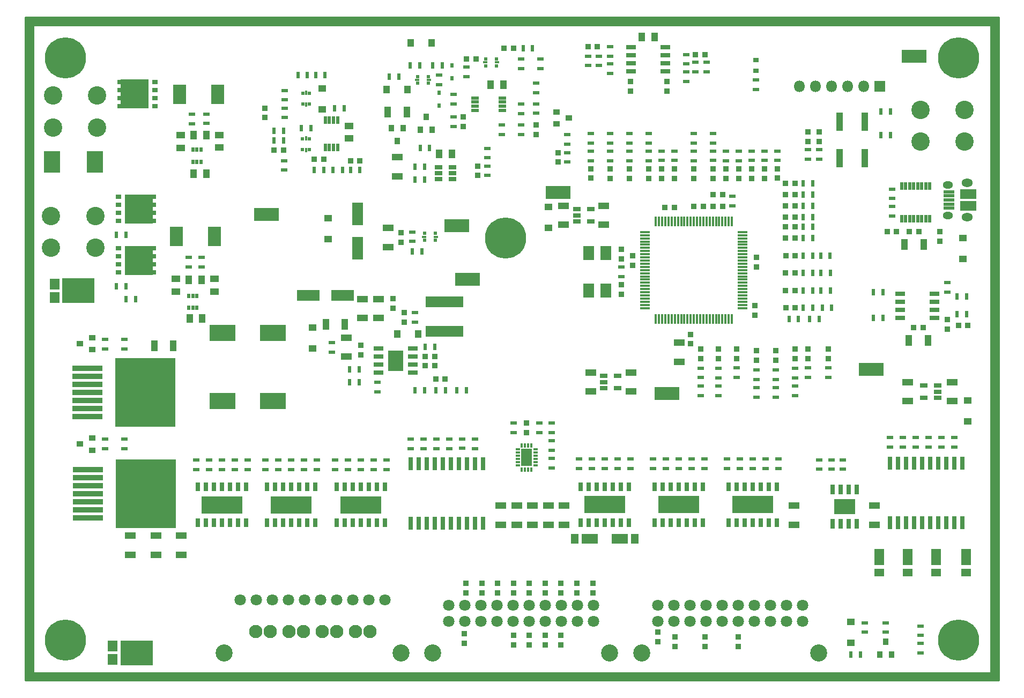
<source format=gbr>
G04 #@! TF.FileFunction,Soldermask,Top*
%FSLAX46Y46*%
G04 Gerber Fmt 4.6, Leading zero omitted, Abs format (unit mm)*
G04 Created by KiCad (PCBNEW 4.0.7) date 01/11/18 09:08:33*
%MOMM*%
%LPD*%
G01*
G04 APERTURE LIST*
%ADD10C,0.100000*%
%ADD11R,0.900000X0.850000*%
%ADD12R,1.800000X2.200000*%
%ADD13R,0.500000X1.300000*%
%ADD14R,0.500000X0.750000*%
%ADD15R,1.160000X0.750000*%
%ADD16R,0.800000X0.350000*%
%ADD17R,0.350000X0.800000*%
%ADD18R,0.925000X1.425000*%
%ADD19R,1.200000X0.500000*%
%ADD20R,1.650000X0.700000*%
%ADD21R,0.700000X2.050000*%
%ADD22R,0.750000X1.410000*%
%ADD23R,6.500000X2.750000*%
%ADD24R,9.500000X10.900000*%
%ADD25R,4.700000X0.900000*%
%ADD26R,0.500000X1.200000*%
%ADD27R,0.600000X1.000000*%
%ADD28R,1.000000X0.600000*%
%ADD29R,1.000000X0.900000*%
%ADD30R,6.000000X1.700000*%
%ADD31R,1.750000X0.500000*%
%ADD32O,1.600000X1.200000*%
%ADD33O,1.800000X1.300000*%
%ADD34R,2.600000X1.530000*%
%ADD35R,1.300000X1.000000*%
%ADD36R,1.000000X1.300000*%
%ADD37R,0.900000X1.000000*%
%ADD38R,2.600000X3.400000*%
%ADD39R,1.100000X1.700000*%
%ADD40R,0.850000X0.900000*%
%ADD41R,1.100000X1.350000*%
%ADD42R,1.350000X1.100000*%
%ADD43R,1.700000X1.100000*%
%ADD44R,1.700000X3.600000*%
%ADD45R,3.600000X1.700000*%
%ADD46R,0.475000X0.600000*%
%ADD47R,0.400000X0.750000*%
%ADD48R,0.600000X0.475000*%
%ADD49R,0.750000X0.400000*%
%ADD50R,0.900000X0.800000*%
%ADD51R,4.390000X4.600000*%
%ADD52R,1.700000X1.650000*%
%ADD53R,1.300000X1.650000*%
%ADD54R,1.800000X1.800000*%
%ADD55O,1.800000X1.800000*%
%ADD56R,0.550000X0.700000*%
%ADD57C,2.900000*%
%ADD58R,4.100000X2.600000*%
%ADD59R,0.900000X0.700000*%
%ADD60R,1.600000X2.500000*%
%ADD61R,1.600000X1.150000*%
%ADD62R,2.500000X1.600000*%
%ADD63R,1.150000X1.600000*%
%ADD64C,6.500000*%
%ADD65C,0.900000*%
%ADD66R,1.100000X2.850000*%
%ADD67C,1.800000*%
%ADD68C,2.700000*%
%ADD69R,1.600000X0.400000*%
%ADD70R,0.400000X1.600000*%
%ADD71R,1.300000X1.700000*%
%ADD72R,0.700000X1.650000*%
%ADD73R,1.700000X1.300000*%
%ADD74R,2.098980X3.099740*%
%ADD75R,1.500000X1.700000*%
%ADD76R,5.060000X3.900000*%
%ADD77R,2.000000X1.800000*%
%ADD78R,0.700000X2.500000*%
%ADD79C,2.100000*%
%ADD80R,3.900000X2.100000*%
%ADD81C,0.254000*%
G04 APERTURE END LIST*
D10*
D11*
X155714000Y-83844000D03*
X157214000Y-83844000D03*
D12*
X127334000Y-100740000D03*
X127334000Y-94840000D03*
X124634000Y-94840000D03*
X124634000Y-100740000D03*
D13*
X178498500Y-84268000D03*
X177863500Y-84268000D03*
X177228500Y-84268000D03*
X176593500Y-84268000D03*
X175958500Y-84268000D03*
X175323500Y-84268000D03*
X174688500Y-84268000D03*
X174053500Y-84268000D03*
X174053500Y-89468000D03*
X174688500Y-89468000D03*
X175323500Y-89468000D03*
X175958500Y-89468000D03*
X176593500Y-89468000D03*
X177228500Y-89468000D03*
X177863500Y-89468000D03*
X178498500Y-89468000D03*
D14*
X61453000Y-103500000D03*
X62753000Y-103500000D03*
X62103000Y-101600000D03*
X62103000Y-103500000D03*
X62753000Y-101600000D03*
X61453000Y-101600000D03*
D15*
X100893000Y-81294000D03*
X100893000Y-82244000D03*
X100893000Y-83194000D03*
X103093000Y-83194000D03*
X103093000Y-81294000D03*
X103093000Y-82244000D03*
D16*
X113405000Y-125881000D03*
X113405000Y-126381000D03*
X113405000Y-126881000D03*
X113405000Y-127381000D03*
X113405000Y-127881000D03*
X113405000Y-128381000D03*
D17*
X114055000Y-129031000D03*
X114555000Y-129031000D03*
X115055000Y-129031000D03*
X115555000Y-129031000D03*
D16*
X116205000Y-128381000D03*
X116205000Y-127881000D03*
X116205000Y-127381000D03*
X116205000Y-126881000D03*
X116205000Y-126381000D03*
X116205000Y-125881000D03*
D17*
X115555000Y-125231000D03*
X115055000Y-125231000D03*
X114555000Y-125231000D03*
X114055000Y-125231000D03*
D18*
X115217500Y-127793500D03*
X115217500Y-126468500D03*
X114392500Y-127793500D03*
X114392500Y-126468500D03*
D19*
X106701000Y-70347000D03*
X106701000Y-70997000D03*
X106701000Y-71647000D03*
X106701000Y-72297000D03*
X111001000Y-72297000D03*
X111001000Y-71647000D03*
X111001000Y-70997000D03*
X111001000Y-70347000D03*
D15*
X122768000Y-87950000D03*
X122768000Y-88900000D03*
X122768000Y-89850000D03*
X124968000Y-89850000D03*
X124968000Y-87950000D03*
X126964000Y-114282000D03*
X126964000Y-115232000D03*
X126964000Y-116182000D03*
X129164000Y-116182000D03*
X129164000Y-114282000D03*
D20*
X173822858Y-101258999D03*
X173822858Y-102528999D03*
X173822858Y-103798999D03*
X173822858Y-105068999D03*
X179222858Y-105068999D03*
X179222858Y-103798999D03*
X179222858Y-102528999D03*
X179222858Y-101258999D03*
D21*
X183642000Y-128016000D03*
X182372000Y-128016000D03*
X181102000Y-128016000D03*
X179832000Y-128016000D03*
X178562000Y-128016000D03*
X177292000Y-128016000D03*
X176022000Y-128016000D03*
X174752000Y-128016000D03*
X173482000Y-128016000D03*
X172212000Y-128016000D03*
X172212000Y-137416000D03*
X173482000Y-137416000D03*
X174752000Y-137416000D03*
X176022000Y-137416000D03*
X177292000Y-137416000D03*
X178562000Y-137416000D03*
X179832000Y-137416000D03*
X181102000Y-137416000D03*
X182372000Y-137416000D03*
X183642000Y-137416000D03*
D22*
X142621000Y-137440000D03*
X142621000Y-131750000D03*
X141351000Y-137440000D03*
X141351000Y-131750000D03*
X140081000Y-137440000D03*
X140081000Y-131750000D03*
X138811000Y-137440000D03*
X138811000Y-131750000D03*
X137541000Y-137440000D03*
X137541000Y-131750000D03*
X136271000Y-137440000D03*
X136271000Y-131750000D03*
X135001000Y-137440000D03*
X135001000Y-131750000D03*
D23*
X138811000Y-134595000D03*
D22*
X154330000Y-137440000D03*
X154330000Y-131750000D03*
X153060000Y-137440000D03*
X153060000Y-131750000D03*
X151790000Y-137440000D03*
X151790000Y-131750000D03*
X150520000Y-137440000D03*
X150520000Y-131750000D03*
X149250000Y-137440000D03*
X149250000Y-131750000D03*
X147980000Y-137440000D03*
X147980000Y-131750000D03*
X146710000Y-137440000D03*
X146710000Y-131750000D03*
D23*
X150520000Y-134595000D03*
D22*
X130937000Y-137440000D03*
X130937000Y-131750000D03*
X129667000Y-137440000D03*
X129667000Y-131750000D03*
X128397000Y-137440000D03*
X128397000Y-131750000D03*
X127127000Y-137440000D03*
X127127000Y-131750000D03*
X125857000Y-137440000D03*
X125857000Y-131750000D03*
X124587000Y-137440000D03*
X124587000Y-131750000D03*
X123317000Y-137440000D03*
X123317000Y-131750000D03*
D23*
X127127000Y-134595000D03*
D22*
X92456000Y-137465000D03*
X92456000Y-131775000D03*
X91186000Y-137465000D03*
X91186000Y-131775000D03*
X89916000Y-137465000D03*
X89916000Y-131775000D03*
X88646000Y-137465000D03*
X88646000Y-131775000D03*
X87376000Y-137465000D03*
X87376000Y-131775000D03*
X86106000Y-137465000D03*
X86106000Y-131775000D03*
X84836000Y-137465000D03*
X84836000Y-131775000D03*
D23*
X88646000Y-134620000D03*
D22*
X81407000Y-137465000D03*
X81407000Y-131775000D03*
X80137000Y-137465000D03*
X80137000Y-131775000D03*
X78867000Y-137465000D03*
X78867000Y-131775000D03*
X77597000Y-137465000D03*
X77597000Y-131775000D03*
X76327000Y-137465000D03*
X76327000Y-131775000D03*
X75057000Y-137465000D03*
X75057000Y-131775000D03*
X73787000Y-137465000D03*
X73787000Y-131775000D03*
D23*
X77597000Y-134620000D03*
D22*
X70485000Y-137465000D03*
X70485000Y-131775000D03*
X69215000Y-137465000D03*
X69215000Y-131775000D03*
X67945000Y-137465000D03*
X67945000Y-131775000D03*
X66675000Y-137465000D03*
X66675000Y-131775000D03*
X65405000Y-137465000D03*
X65405000Y-131775000D03*
X64135000Y-137465000D03*
X64135000Y-131775000D03*
X62865000Y-137465000D03*
X62865000Y-131775000D03*
D23*
X66675000Y-134620000D03*
D24*
X54616000Y-116840000D03*
D25*
X45466000Y-119380000D03*
X45466000Y-118110000D03*
X45466000Y-115570000D03*
X45466000Y-114300000D03*
X45466000Y-113030000D03*
X45466000Y-116840000D03*
X45466000Y-120650000D03*
D24*
X54683000Y-132842000D03*
D25*
X45533000Y-135382000D03*
X45533000Y-134112000D03*
X45533000Y-131572000D03*
X45533000Y-130302000D03*
X45533000Y-129032000D03*
X45533000Y-132842000D03*
X45533000Y-136652000D03*
D21*
X107950000Y-128141000D03*
X106680000Y-128141000D03*
X105410000Y-128141000D03*
X104140000Y-128141000D03*
X102870000Y-128141000D03*
X101600000Y-128141000D03*
X100330000Y-128141000D03*
X99060000Y-128141000D03*
X97790000Y-128141000D03*
X96520000Y-128141000D03*
X96520000Y-137541000D03*
X97790000Y-137541000D03*
X99060000Y-137541000D03*
X100330000Y-137541000D03*
X101600000Y-137541000D03*
X102870000Y-137541000D03*
X104140000Y-137541000D03*
X105410000Y-137541000D03*
X106680000Y-137541000D03*
X107950000Y-137541000D03*
D14*
X62088000Y-80452000D03*
X63388000Y-80452000D03*
X62738000Y-78552000D03*
X62738000Y-80452000D03*
X63388000Y-78552000D03*
X62088000Y-78552000D03*
D26*
X83025000Y-78150000D03*
X83675000Y-78150000D03*
X84325000Y-78150000D03*
X84975000Y-78150000D03*
X84975000Y-73850000D03*
X84325000Y-73850000D03*
X83675000Y-73850000D03*
X83025000Y-73850000D03*
D27*
X93103000Y-67004000D03*
X94603000Y-67004000D03*
D28*
X151122000Y-117586000D03*
X151122000Y-116086000D03*
X108597000Y-81113000D03*
X108597000Y-82613000D03*
X108597000Y-78319000D03*
X108597000Y-79819000D03*
X61468000Y-95516000D03*
X61468000Y-97016000D03*
X63500000Y-95516000D03*
X63500000Y-97016000D03*
X105295000Y-66992000D03*
X105295000Y-65492000D03*
X138176000Y-78740000D03*
X138176000Y-80240000D03*
D27*
X51538000Y-100076000D03*
X50038000Y-100076000D03*
X51538000Y-91948000D03*
X50038000Y-91948000D03*
X53074000Y-102108000D03*
X51574000Y-102108000D03*
D28*
X103263000Y-73378000D03*
X103263000Y-74878000D03*
X103263000Y-69822000D03*
X103263000Y-71322000D03*
D27*
X99961000Y-65226000D03*
X101461000Y-65226000D03*
X96405000Y-65226000D03*
X97905000Y-65226000D03*
X97179000Y-83260000D03*
X98679000Y-83260000D03*
X97179000Y-81228000D03*
X98679000Y-81228000D03*
D28*
X113931000Y-65710000D03*
X113931000Y-64210000D03*
X116979000Y-65710000D03*
X116979000Y-64210000D03*
D27*
X114250000Y-62500000D03*
X115750000Y-62500000D03*
X99500000Y-78250000D03*
X98000000Y-78250000D03*
D28*
X116299126Y-67999412D03*
X116299126Y-69499412D03*
X116299126Y-71289412D03*
X116299126Y-72789412D03*
X113931000Y-71322000D03*
X113931000Y-72822000D03*
X110883000Y-74636000D03*
X110883000Y-76136000D03*
X113931000Y-76136000D03*
X113931000Y-74636000D03*
D27*
X157750000Y-105250000D03*
X156250000Y-105250000D03*
D28*
X136144000Y-78740000D03*
X136144000Y-80240000D03*
D27*
X159536000Y-105250000D03*
X161036000Y-105250000D03*
D28*
X112776000Y-121690000D03*
X112776000Y-123190000D03*
X116840000Y-121678000D03*
X116840000Y-123178000D03*
X118745000Y-121678000D03*
X118745000Y-123178000D03*
X118745000Y-124472000D03*
X118745000Y-125972000D03*
X118745000Y-127266000D03*
X118745000Y-128766000D03*
X159250000Y-114464000D03*
X159250000Y-112964000D03*
X162500000Y-114464000D03*
X162500000Y-112964000D03*
X157218000Y-117336000D03*
X157218000Y-115836000D03*
X154170000Y-117586000D03*
X154170000Y-116086000D03*
X144272000Y-75970000D03*
X144272000Y-77470000D03*
X124968000Y-75958000D03*
X124968000Y-77458000D03*
X151122000Y-114792000D03*
X151122000Y-113292000D03*
X157218000Y-114542000D03*
X157218000Y-113042000D03*
X154170000Y-114792000D03*
X154170000Y-113292000D03*
D27*
X84500000Y-72000000D03*
X86000000Y-72000000D03*
D28*
X76580000Y-71950000D03*
X76580000Y-73450000D03*
D27*
X98675000Y-116554000D03*
X97175000Y-116554000D03*
X101977000Y-116554000D03*
X100477000Y-116554000D03*
X105279000Y-116554000D03*
X103779000Y-116554000D03*
X160000000Y-103500000D03*
X158500000Y-103500000D03*
X163000000Y-103500000D03*
X161500000Y-103500000D03*
D28*
X97163000Y-105747000D03*
X97163000Y-104247000D03*
D27*
X100326000Y-109696000D03*
X98826000Y-109696000D03*
X96778000Y-94571000D03*
X98278000Y-94571000D03*
D28*
X96778000Y-91523000D03*
X96778000Y-93023000D03*
X91250000Y-115250000D03*
X91250000Y-116750000D03*
X134112000Y-77470000D03*
X134112000Y-75970000D03*
X131064000Y-77458000D03*
X131064000Y-75958000D03*
D27*
X172250000Y-76250000D03*
X170750000Y-76250000D03*
X172250000Y-72500000D03*
X170750000Y-72500000D03*
X182793000Y-104500000D03*
X184293000Y-104500000D03*
X184293000Y-101750000D03*
X182793000Y-101750000D03*
X171097000Y-101040000D03*
X169597000Y-101040000D03*
D28*
X181257000Y-101028000D03*
X181257000Y-99528000D03*
D27*
X171097000Y-105104000D03*
X169597000Y-105104000D03*
D28*
X180340000Y-125464000D03*
X180340000Y-123964000D03*
X176276000Y-125464000D03*
X176276000Y-123964000D03*
X182372000Y-125464000D03*
X182372000Y-123964000D03*
X174244000Y-125464000D03*
X174244000Y-123964000D03*
X172212000Y-125464000D03*
X172212000Y-123964000D03*
X178308000Y-125464000D03*
X178308000Y-123964000D03*
X161000000Y-127500000D03*
X161000000Y-129000000D03*
X163000000Y-129000000D03*
X163000000Y-127500000D03*
X138811000Y-127393000D03*
X138811000Y-128893000D03*
X140843000Y-128893000D03*
X140843000Y-127393000D03*
X142875000Y-128893000D03*
X142875000Y-127393000D03*
X150495000Y-127393000D03*
X150495000Y-128893000D03*
X152527000Y-128893000D03*
X152527000Y-127393000D03*
X154559000Y-128893000D03*
X154559000Y-127393000D03*
X154432000Y-78740000D03*
X154432000Y-80240000D03*
X164750000Y-129000000D03*
X164750000Y-127500000D03*
X150368000Y-78740000D03*
X150368000Y-80240000D03*
X136779000Y-128893000D03*
X136779000Y-127393000D03*
X134747000Y-128893000D03*
X134747000Y-127393000D03*
X148336000Y-78752000D03*
X148336000Y-80252000D03*
X148463000Y-128881000D03*
X148463000Y-127381000D03*
X146431000Y-128893000D03*
X146431000Y-127393000D03*
X134112000Y-78752000D03*
X134112000Y-80252000D03*
X131064000Y-78752000D03*
X131064000Y-80252000D03*
X127127000Y-127393000D03*
X127127000Y-128893000D03*
X129159000Y-128893000D03*
X129159000Y-127393000D03*
X141224000Y-75970000D03*
X141224000Y-77470000D03*
X141224000Y-78764000D03*
X141224000Y-80264000D03*
X144272000Y-78740000D03*
X144272000Y-80240000D03*
D27*
X159996000Y-85622000D03*
X158496000Y-85622000D03*
D28*
X131191000Y-128893000D03*
X131191000Y-127393000D03*
X88646000Y-127520000D03*
X88646000Y-129020000D03*
X90678000Y-129020000D03*
X90678000Y-127520000D03*
X92710000Y-129020000D03*
X92710000Y-127520000D03*
X77597000Y-127520000D03*
X77597000Y-129020000D03*
X79629000Y-129020000D03*
X79629000Y-127520000D03*
X81661000Y-129020000D03*
X81661000Y-127520000D03*
X66675000Y-127520000D03*
X66675000Y-129020000D03*
X68707000Y-129020000D03*
X68707000Y-127520000D03*
X70739000Y-129020000D03*
X70739000Y-127520000D03*
X152400000Y-78740000D03*
X152400000Y-80240000D03*
X86614000Y-129020000D03*
X86614000Y-127520000D03*
X84582000Y-129020000D03*
X84582000Y-127520000D03*
D27*
X160008000Y-89178000D03*
X158508000Y-89178000D03*
D28*
X75565000Y-129020000D03*
X75565000Y-127520000D03*
X73533000Y-129032000D03*
X73533000Y-127532000D03*
D27*
X160020000Y-87400000D03*
X158520000Y-87400000D03*
D28*
X64643000Y-129020000D03*
X64643000Y-127520000D03*
X62611000Y-129020000D03*
X62611000Y-127520000D03*
X51308000Y-108470000D03*
X51308000Y-109970000D03*
X51308000Y-124218000D03*
X51308000Y-125718000D03*
D27*
X160008000Y-90706000D03*
X158508000Y-90706000D03*
X159996000Y-92484000D03*
X158496000Y-92484000D03*
D28*
X104648000Y-125706000D03*
X104648000Y-124206000D03*
X100584000Y-125718000D03*
X100584000Y-124218000D03*
X106680000Y-125718000D03*
X106680000Y-124218000D03*
X98552000Y-125730000D03*
X98552000Y-124230000D03*
X96520000Y-125718000D03*
X96520000Y-124218000D03*
X102616000Y-125730000D03*
X102616000Y-124230000D03*
X48260000Y-109970000D03*
X48260000Y-108470000D03*
X48260000Y-125730000D03*
X48260000Y-124230000D03*
D27*
X88388000Y-115284000D03*
X86888000Y-115284000D03*
X86888000Y-113252000D03*
X88388000Y-113252000D03*
X160020000Y-83844000D03*
X158520000Y-83844000D03*
D28*
X125095000Y-128893000D03*
X125095000Y-127393000D03*
X123063000Y-128905000D03*
X123063000Y-127405000D03*
X128016000Y-78752000D03*
X128016000Y-80252000D03*
D27*
X74898000Y-77106000D03*
X76398000Y-77106000D03*
X76398000Y-75582000D03*
X74898000Y-75582000D03*
D28*
X61976000Y-72910000D03*
X61976000Y-74410000D03*
X64262000Y-72898000D03*
X64262000Y-74398000D03*
D27*
X81250000Y-81750000D03*
X82750000Y-81750000D03*
D28*
X146304000Y-78752000D03*
X146304000Y-80252000D03*
X124968000Y-78752000D03*
X124968000Y-80252000D03*
D27*
X80196000Y-66736000D03*
X78696000Y-66736000D03*
X82990000Y-66736000D03*
X81490000Y-66736000D03*
X87000000Y-81750000D03*
X88500000Y-81750000D03*
X84250000Y-81750000D03*
X85750000Y-81750000D03*
X80716000Y-75118000D03*
X79216000Y-75118000D03*
D28*
X76580000Y-69156000D03*
X76580000Y-70656000D03*
X121208000Y-79000000D03*
X121208000Y-80500000D03*
X121208000Y-76181999D03*
X121208000Y-77681999D03*
X76500000Y-80250000D03*
X76500000Y-81750000D03*
X129794000Y-98540000D03*
X129794000Y-97040000D03*
D29*
X46228000Y-110104000D03*
X46228000Y-108204000D03*
X44228000Y-109154000D03*
X46228000Y-125984000D03*
X46228000Y-124084000D03*
X44228000Y-125034000D03*
D30*
X101862000Y-107220000D03*
X101862000Y-102520000D03*
D28*
X84082000Y-110500000D03*
X84082000Y-109000000D03*
X147320000Y-87364000D03*
X147320000Y-85864000D03*
D31*
X181476000Y-87780000D03*
X181476000Y-87130000D03*
X181476000Y-86480000D03*
X181476000Y-85830000D03*
X181476000Y-85180000D03*
D32*
X181356000Y-88900000D03*
X181356000Y-84060000D03*
D33*
X184356000Y-89210000D03*
X184356000Y-83750000D03*
D34*
X184596000Y-87440000D03*
X184596000Y-85520000D03*
D35*
X183750000Y-95800000D03*
X183750000Y-92500000D03*
D36*
X92723000Y-69036000D03*
X96023000Y-69036000D03*
X96533000Y-61670000D03*
X99833000Y-61670000D03*
D37*
X95323000Y-75148000D03*
X93423000Y-75148000D03*
X94373000Y-77148000D03*
D38*
X39850000Y-80500000D03*
X46650000Y-80500000D03*
D35*
X82500000Y-68850000D03*
X82500000Y-72150000D03*
X83500000Y-89350000D03*
X83500000Y-92650000D03*
X81000000Y-106600000D03*
X81000000Y-109900000D03*
D11*
X177435000Y-106628000D03*
X175935000Y-106628000D03*
X176772000Y-91440000D03*
X175272000Y-91440000D03*
D39*
X174522000Y-93472000D03*
X177522000Y-93472000D03*
D40*
X180086000Y-92952000D03*
X180086000Y-91452000D03*
X95000000Y-93174000D03*
X95000000Y-91674000D03*
X157206000Y-109994000D03*
X157206000Y-111494000D03*
D41*
X61611000Y-105156000D03*
X63611000Y-105156000D03*
D40*
X107073000Y-82601000D03*
X107073000Y-81101000D03*
D42*
X59436000Y-98949000D03*
X59436000Y-100949000D03*
X65532000Y-98949000D03*
X65532000Y-100949000D03*
D41*
X61484000Y-99060000D03*
X63484000Y-99060000D03*
D40*
X138176000Y-83046000D03*
X138176000Y-81546000D03*
D11*
X105307000Y-64210000D03*
X106807000Y-64210000D03*
D40*
X104787000Y-74866000D03*
X104787000Y-73366000D03*
D39*
X92873000Y-72592000D03*
X95873000Y-72592000D03*
D43*
X94373000Y-79728000D03*
X94373000Y-82728000D03*
D40*
X116299126Y-76103412D03*
X116299126Y-74603412D03*
X136144000Y-83046000D03*
X136144000Y-81546000D03*
X114808000Y-121690000D03*
X114808000Y-123190000D03*
X141224000Y-83058000D03*
X141224000Y-81558000D03*
X135500000Y-156250000D03*
X135500000Y-154750000D03*
X144272000Y-83046000D03*
X144272000Y-81546000D03*
X138250000Y-157000000D03*
X138250000Y-155500000D03*
D11*
X138164000Y-87630000D03*
X136664000Y-87630000D03*
D40*
X154170000Y-110244000D03*
X154170000Y-111744000D03*
D11*
X112750000Y-62500000D03*
X111250000Y-62500000D03*
D43*
X91448000Y-102100000D03*
X91448000Y-105100000D03*
X88908000Y-102100000D03*
X88908000Y-105100000D03*
D40*
X93734000Y-103588000D03*
X93734000Y-102088000D03*
D11*
X100465000Y-114776000D03*
X101965000Y-114776000D03*
X155750000Y-103500000D03*
X157250000Y-103500000D03*
X100326000Y-111220000D03*
X98826000Y-111220000D03*
D40*
X95512000Y-105759000D03*
X95512000Y-104259000D03*
D43*
X127000000Y-87400000D03*
X127000000Y-90400000D03*
X92968000Y-90912000D03*
X92968000Y-93912000D03*
X120650000Y-87400000D03*
X120650000Y-90400000D03*
D39*
X175185000Y-108660000D03*
X178185000Y-108660000D03*
D40*
X181257000Y-106870000D03*
X181257000Y-105370000D03*
X154432000Y-83034000D03*
X154432000Y-81534000D03*
X150368000Y-83046000D03*
X150368000Y-81546000D03*
X148336000Y-83046000D03*
X148336000Y-81546000D03*
X143000000Y-157000000D03*
X143000000Y-155500000D03*
X148250000Y-157000000D03*
X148250000Y-155500000D03*
X134112000Y-83046000D03*
X134112000Y-81546000D03*
X131064000Y-83058000D03*
X131064000Y-81558000D03*
D11*
X144284000Y-85598000D03*
X145784000Y-85598000D03*
X155714000Y-85622000D03*
X157214000Y-85622000D03*
D40*
X152400000Y-83046000D03*
X152400000Y-81546000D03*
D11*
X155714000Y-89178000D03*
X157214000Y-89178000D03*
X155714000Y-87400000D03*
X157214000Y-87400000D03*
X155714000Y-90706000D03*
X157214000Y-90706000D03*
X155714000Y-92484000D03*
X157214000Y-92484000D03*
D44*
X88142000Y-88696000D03*
X88142000Y-94096000D03*
D11*
X100326000Y-112617000D03*
X98826000Y-112617000D03*
D40*
X88654000Y-109454000D03*
X88654000Y-110954000D03*
D43*
X86368000Y-111196000D03*
X86368000Y-108196000D03*
X131282000Y-113732000D03*
X131282000Y-116732000D03*
D39*
X83090000Y-106140000D03*
X86090000Y-106140000D03*
D45*
X80366000Y-101568000D03*
X85766000Y-101568000D03*
D43*
X124932000Y-113708000D03*
X124932000Y-116708000D03*
D40*
X73500000Y-71950000D03*
X73500000Y-73450000D03*
D41*
X62230000Y-82296000D03*
X64230000Y-82296000D03*
D11*
X76398000Y-78630000D03*
X74898000Y-78630000D03*
D42*
X60198000Y-76216000D03*
X60198000Y-78216000D03*
X66294000Y-76200000D03*
X66294000Y-78200000D03*
D41*
X62246000Y-76200000D03*
X64246000Y-76200000D03*
D40*
X146304000Y-83046000D03*
X146304000Y-81546000D03*
D11*
X82750000Y-80000000D03*
X81250000Y-80000000D03*
X88500000Y-80250000D03*
X87000000Y-80250000D03*
D40*
X119750000Y-80500000D03*
X119750000Y-79000000D03*
D43*
X138938000Y-109000000D03*
X138938000Y-112000000D03*
D11*
X144284000Y-87500000D03*
X145784000Y-87500000D03*
D40*
X131572000Y-95262000D03*
X131572000Y-96762000D03*
X151130000Y-97016000D03*
X151130000Y-95516000D03*
X150876000Y-104636000D03*
X150876000Y-103136000D03*
X129794000Y-94246000D03*
X129794000Y-95746000D03*
X129794000Y-101334000D03*
X129794000Y-99834000D03*
X140716000Y-109196000D03*
X140716000Y-107696000D03*
D11*
X142736000Y-87500000D03*
X141236000Y-87500000D03*
D46*
X79462500Y-71350000D03*
X80537500Y-71350000D03*
D47*
X80000000Y-69575000D03*
X80000000Y-71425000D03*
D46*
X80537500Y-69650000D03*
X79462500Y-69650000D03*
X79416500Y-78508000D03*
X80491500Y-78508000D03*
D47*
X79954000Y-76733000D03*
X79954000Y-78583000D03*
D46*
X80491500Y-76808000D03*
X79416500Y-76808000D03*
D48*
X108343000Y-64210000D03*
X108343000Y-65285000D03*
D49*
X110118000Y-64747500D03*
X108268000Y-64747500D03*
D48*
X110043000Y-65285000D03*
X110043000Y-64210000D03*
X99287000Y-68049500D03*
X99287000Y-66974500D03*
D49*
X97512000Y-67512000D03*
X99362000Y-67512000D03*
D48*
X97587000Y-66974500D03*
X97587000Y-68049500D03*
D50*
X50336000Y-85974000D03*
X50336000Y-87244000D03*
X50336000Y-88524000D03*
X50336000Y-89794000D03*
X55836000Y-89794000D03*
X55836000Y-88524000D03*
X55836000Y-87244000D03*
X55836000Y-85974000D03*
D51*
X53586000Y-87884000D03*
D52*
X54336000Y-86794000D03*
X54336000Y-88974000D03*
D53*
X52336000Y-86794000D03*
X52336000Y-88974000D03*
D50*
X50344000Y-94102000D03*
X50344000Y-95372000D03*
X50344000Y-96652000D03*
X50344000Y-97922000D03*
X55844000Y-97922000D03*
X55844000Y-96652000D03*
X55844000Y-95372000D03*
X55844000Y-94102000D03*
D51*
X53594000Y-96012000D03*
D52*
X54344000Y-94922000D03*
X54344000Y-97102000D03*
D53*
X52344000Y-94922000D03*
X52344000Y-97102000D03*
D48*
X100422000Y-92822500D03*
X100422000Y-91747500D03*
D49*
X98647000Y-92285000D03*
X100497000Y-92285000D03*
D48*
X98722000Y-91747500D03*
X98722000Y-92822500D03*
D54*
X170620000Y-68500000D03*
D55*
X168080000Y-68500000D03*
X165540000Y-68500000D03*
X163000000Y-68500000D03*
X160460000Y-68500000D03*
X157920000Y-68500000D03*
D36*
X97670000Y-107664000D03*
X94370000Y-107664000D03*
D56*
X100977000Y-71610000D03*
X100977000Y-69510000D03*
X103009000Y-67292000D03*
X103009000Y-65192000D03*
D37*
X97995000Y-75370000D03*
X99895000Y-75370000D03*
X98945000Y-73370000D03*
D27*
X159996000Y-100806000D03*
X158496000Y-100806000D03*
D28*
X100977000Y-66750000D03*
X100977000Y-68250000D03*
D40*
X151122000Y-110244000D03*
X151122000Y-111744000D03*
X105250000Y-147000000D03*
X105250000Y-148500000D03*
X107750000Y-147000000D03*
X107750000Y-148500000D03*
X110250000Y-147000000D03*
X110250000Y-148500000D03*
X112750000Y-147000000D03*
X112750000Y-148500000D03*
X115250000Y-147000000D03*
X115250000Y-148500000D03*
D11*
X155726000Y-100806000D03*
X157226000Y-100806000D03*
X155714000Y-98008000D03*
X157214000Y-98008000D03*
D40*
X117750000Y-147000000D03*
X117750000Y-148500000D03*
X120250000Y-147000000D03*
X120250000Y-148500000D03*
X145074000Y-109994000D03*
X145074000Y-111494000D03*
X142276000Y-110006000D03*
X142276000Y-111506000D03*
X122750000Y-147000000D03*
X122750000Y-148500000D03*
X125250000Y-147000000D03*
X125250000Y-148500000D03*
D27*
X159996000Y-98008000D03*
X158496000Y-98008000D03*
X162802000Y-100806000D03*
X161302000Y-100806000D03*
X162790000Y-98008000D03*
X161290000Y-98008000D03*
D28*
X145074000Y-114542000D03*
X145074000Y-113042000D03*
X142276000Y-114530000D03*
X142276000Y-113030000D03*
X145074000Y-117336000D03*
X145074000Y-115836000D03*
X142276000Y-117336000D03*
X142276000Y-115836000D03*
D40*
X124968000Y-83034000D03*
X124968000Y-81534000D03*
X128016000Y-83046000D03*
X128016000Y-81546000D03*
D50*
X56134000Y-71638000D03*
X56134000Y-70368000D03*
X56134000Y-69088000D03*
X56134000Y-67818000D03*
X50634000Y-67818000D03*
X50634000Y-69088000D03*
X50634000Y-70368000D03*
X50634000Y-71638000D03*
D51*
X52884000Y-69728000D03*
D52*
X52134000Y-70818000D03*
X52134000Y-68638000D03*
D53*
X54134000Y-70818000D03*
X54134000Y-68638000D03*
D40*
X105000000Y-156500000D03*
X105000000Y-155000000D03*
X112750000Y-156750000D03*
X112750000Y-155250000D03*
X115250000Y-156750000D03*
X115250000Y-155250000D03*
D28*
X128016000Y-75970000D03*
X128016000Y-77470000D03*
D57*
X40000000Y-75000000D03*
X47000000Y-75000000D03*
X40000000Y-70000000D03*
X47000000Y-70000000D03*
X39680000Y-93980000D03*
X46680000Y-93980000D03*
X39680000Y-88980000D03*
X46680000Y-88980000D03*
X177000000Y-77250000D03*
X184000000Y-77250000D03*
X177000000Y-72250000D03*
X184000000Y-72250000D03*
D11*
X124500000Y-62250000D03*
X126000000Y-62250000D03*
X143000000Y-63500000D03*
X141500000Y-63500000D03*
D40*
X131250000Y-69250000D03*
X131250000Y-67750000D03*
X137000000Y-69250000D03*
X137000000Y-67750000D03*
D28*
X124500000Y-65250000D03*
X124500000Y-63750000D03*
X143250000Y-66250000D03*
X143250000Y-64750000D03*
X126250000Y-63750000D03*
X126250000Y-65250000D03*
X141500000Y-64750000D03*
X141500000Y-66250000D03*
X128000000Y-63750000D03*
X128000000Y-62250000D03*
X128000000Y-66500000D03*
X128000000Y-65000000D03*
X140000000Y-65000000D03*
X140000000Y-63500000D03*
X140000000Y-67750000D03*
X140000000Y-66250000D03*
D20*
X131300000Y-62345000D03*
X131300000Y-63615000D03*
X131300000Y-64885000D03*
X131300000Y-66155000D03*
X136700000Y-66155000D03*
X136700000Y-64885000D03*
X136700000Y-63615000D03*
X136700000Y-62345000D03*
D58*
X66750000Y-118250000D03*
X74750000Y-118250000D03*
X66750000Y-107500000D03*
X74750000Y-107500000D03*
D11*
X171750000Y-91500000D03*
X173250000Y-91500000D03*
X183000000Y-106250000D03*
X184500000Y-106250000D03*
D59*
X151000000Y-66100000D03*
X151000000Y-64400000D03*
D28*
X151000000Y-69000000D03*
X151000000Y-67500000D03*
X172500000Y-86250000D03*
X172500000Y-84750000D03*
X172500000Y-87500000D03*
X172500000Y-89000000D03*
D60*
X170500000Y-142900000D03*
D61*
X170500000Y-145275000D03*
D60*
X175000000Y-142900000D03*
D61*
X175000000Y-145275000D03*
D60*
X179500000Y-142900000D03*
D61*
X179500000Y-145275000D03*
D60*
X184250000Y-142900000D03*
D61*
X184250000Y-145275000D03*
D62*
X124750000Y-140000000D03*
D63*
X122375000Y-140000000D03*
D62*
X129500000Y-140000000D03*
D63*
X131875000Y-140000000D03*
D64*
X183000000Y-156000000D03*
D65*
X185400000Y-156000000D03*
X184697056Y-157697056D03*
X183000000Y-158400000D03*
X181302944Y-157697056D03*
X180600000Y-156000000D03*
X181302944Y-154302944D03*
X183000000Y-153600000D03*
X184697056Y-154302944D03*
D64*
X183000000Y-64000000D03*
D65*
X185400000Y-64000000D03*
X184697056Y-65697056D03*
X183000000Y-66400000D03*
X181302944Y-65697056D03*
X180600000Y-64000000D03*
X181302944Y-62302944D03*
X183000000Y-61600000D03*
X184697056Y-62302944D03*
D64*
X111500000Y-92500000D03*
D65*
X113900000Y-92500000D03*
X113197056Y-94197056D03*
X111500000Y-94900000D03*
X109802944Y-94197056D03*
X109100000Y-92500000D03*
X109802944Y-90802944D03*
X111500000Y-90100000D03*
X113197056Y-90802944D03*
D64*
X42000000Y-156000000D03*
D65*
X44400000Y-156000000D03*
X43697056Y-157697056D03*
X42000000Y-158400000D03*
X40302944Y-157697056D03*
X39600000Y-156000000D03*
X40302944Y-154302944D03*
X42000000Y-153600000D03*
X43697056Y-154302944D03*
D64*
X42000000Y-64000000D03*
D65*
X44400000Y-64000000D03*
X43697056Y-65697056D03*
X42000000Y-66400000D03*
X40302944Y-65697056D03*
X39600000Y-64000000D03*
X40302944Y-62302944D03*
X42000000Y-61600000D03*
X43697056Y-62302944D03*
D66*
X164250000Y-74120000D03*
X164250000Y-79880000D03*
X168250000Y-79880000D03*
X168250000Y-74120000D03*
D29*
X119500000Y-72550000D03*
X119500000Y-74450000D03*
X121500000Y-73500000D03*
D43*
X182000000Y-118250000D03*
X182000000Y-115250000D03*
X175000000Y-118250000D03*
X175000000Y-115250000D03*
D15*
X179750000Y-117700000D03*
X179750000Y-116750000D03*
X179750000Y-115800000D03*
X177550000Y-115800000D03*
X177550000Y-117700000D03*
D67*
X135540000Y-150460000D03*
X138080000Y-150460000D03*
X140620000Y-150460000D03*
X143160000Y-150460000D03*
X145700000Y-150460000D03*
X148240000Y-150460000D03*
X150780000Y-150460000D03*
X153320000Y-150460000D03*
X155860000Y-150460000D03*
X158400000Y-150460000D03*
D68*
X133000000Y-158000000D03*
X160940000Y-158000000D03*
D67*
X135540000Y-153000000D03*
X138080000Y-153000000D03*
X140620000Y-153000000D03*
X143160000Y-153000000D03*
X145700000Y-153000000D03*
X148240000Y-153000000D03*
X150780000Y-153000000D03*
X153320000Y-153000000D03*
X155860000Y-153000000D03*
X158400000Y-153000000D03*
X102540000Y-150460000D03*
X105080000Y-150460000D03*
X107620000Y-150460000D03*
X110160000Y-150460000D03*
X112700000Y-150460000D03*
X115240000Y-150460000D03*
X117780000Y-150460000D03*
X120320000Y-150460000D03*
X122860000Y-150460000D03*
X125400000Y-150460000D03*
D68*
X100000000Y-158000000D03*
X127940000Y-158000000D03*
D67*
X102540000Y-153000000D03*
X105080000Y-153000000D03*
X107620000Y-153000000D03*
X110160000Y-153000000D03*
X112700000Y-153000000D03*
X115240000Y-153000000D03*
X117780000Y-153000000D03*
X120320000Y-153000000D03*
X122860000Y-153000000D03*
X125400000Y-153000000D03*
D42*
X86750000Y-76750000D03*
X86750000Y-74750000D03*
D41*
X102993000Y-79196000D03*
X100993000Y-79196000D03*
X109133000Y-68274000D03*
X111133000Y-68274000D03*
X135000000Y-60750000D03*
X133000000Y-60750000D03*
D40*
X159250000Y-75750000D03*
X159250000Y-77250000D03*
X161000000Y-75750000D03*
X161000000Y-77250000D03*
X120250000Y-156750000D03*
X120250000Y-155250000D03*
X117750000Y-156750000D03*
X117750000Y-155250000D03*
D43*
X169750000Y-137750000D03*
X169750000Y-134750000D03*
X113250000Y-134750000D03*
X113250000Y-137750000D03*
X120750000Y-134750000D03*
X120750000Y-137750000D03*
X157000000Y-134750000D03*
X157000000Y-137750000D03*
X110750000Y-134750000D03*
X110750000Y-137750000D03*
D39*
X59000000Y-109500000D03*
X56000000Y-109500000D03*
D43*
X115750000Y-134750000D03*
X115750000Y-137750000D03*
X56250000Y-139500000D03*
X56250000Y-142500000D03*
X52250000Y-139500000D03*
X52250000Y-142500000D03*
X118250000Y-134750000D03*
X118250000Y-137750000D03*
X60250000Y-139500000D03*
X60250000Y-142500000D03*
D28*
X159250000Y-78500000D03*
X159250000Y-80000000D03*
X161000000Y-78500000D03*
X161000000Y-80000000D03*
D69*
X148924000Y-103536000D03*
X148924000Y-103036000D03*
X148924000Y-102536000D03*
X148924000Y-102036000D03*
X148924000Y-101536000D03*
X148924000Y-101036000D03*
X148924000Y-100536000D03*
X148924000Y-100036000D03*
X148924000Y-99536000D03*
X148924000Y-99036000D03*
X148924000Y-98536000D03*
X148924000Y-98036000D03*
X148924000Y-97536000D03*
X148924000Y-97036000D03*
X148924000Y-96536000D03*
X148924000Y-96036000D03*
X148924000Y-95536000D03*
X148924000Y-95036000D03*
X148924000Y-94536000D03*
X148924000Y-94036000D03*
X148924000Y-93536000D03*
X148924000Y-93036000D03*
X148924000Y-92536000D03*
X148924000Y-92036000D03*
X148924000Y-91536000D03*
D70*
X147224000Y-89836000D03*
X146724000Y-89836000D03*
X146224000Y-89836000D03*
X145724000Y-89836000D03*
X145224000Y-89836000D03*
X144724000Y-89836000D03*
X144224000Y-89836000D03*
X143724000Y-89836000D03*
X143224000Y-89836000D03*
X142724000Y-89836000D03*
X142224000Y-89836000D03*
X141724000Y-89836000D03*
X141224000Y-89836000D03*
X140724000Y-89836000D03*
X140224000Y-89836000D03*
X139724000Y-89836000D03*
X139224000Y-89836000D03*
X138724000Y-89836000D03*
X138224000Y-89836000D03*
X137724000Y-89836000D03*
X137224000Y-89836000D03*
X136724000Y-89836000D03*
X136224000Y-89836000D03*
X135724000Y-89836000D03*
X135224000Y-89836000D03*
D69*
X133524000Y-91536000D03*
X133524000Y-92036000D03*
X133524000Y-92536000D03*
X133524000Y-93036000D03*
X133524000Y-93536000D03*
X133524000Y-94036000D03*
X133524000Y-94536000D03*
X133524000Y-95036000D03*
X133524000Y-95536000D03*
X133524000Y-96036000D03*
X133524000Y-96536000D03*
X133524000Y-97036000D03*
X133524000Y-97536000D03*
X133524000Y-98036000D03*
X133524000Y-98536000D03*
X133524000Y-99036000D03*
X133524000Y-99536000D03*
X133524000Y-100036000D03*
X133524000Y-100536000D03*
X133524000Y-101036000D03*
X133524000Y-101536000D03*
X133524000Y-102036000D03*
X133524000Y-102536000D03*
X133524000Y-103036000D03*
X133524000Y-103536000D03*
D70*
X135224000Y-105236000D03*
X135724000Y-105236000D03*
X136224000Y-105236000D03*
X136724000Y-105236000D03*
X137224000Y-105236000D03*
X137724000Y-105236000D03*
X138224000Y-105236000D03*
X138724000Y-105236000D03*
X139224000Y-105236000D03*
X139724000Y-105236000D03*
X140224000Y-105236000D03*
X140724000Y-105236000D03*
X141224000Y-105236000D03*
X141724000Y-105236000D03*
X142224000Y-105236000D03*
X142724000Y-105236000D03*
X143224000Y-105236000D03*
X143724000Y-105236000D03*
X144224000Y-105236000D03*
X144724000Y-105236000D03*
X145224000Y-105236000D03*
X145724000Y-105236000D03*
X146224000Y-105236000D03*
X146724000Y-105236000D03*
X147224000Y-105236000D03*
D20*
X91455000Y-109961000D03*
X91455000Y-111231000D03*
X91455000Y-112501000D03*
X91455000Y-113771000D03*
X96855000Y-113771000D03*
X96855000Y-112501000D03*
X96855000Y-111231000D03*
X96855000Y-109961000D03*
D71*
X94755000Y-112666000D03*
X94755000Y-111066000D03*
X93555000Y-112666000D03*
X93555000Y-111066000D03*
D72*
X166955000Y-132200000D03*
X165685000Y-132200000D03*
X164415000Y-132200000D03*
X163145000Y-132200000D03*
X163145000Y-137600000D03*
X164415000Y-137600000D03*
X165685000Y-137600000D03*
X166955000Y-137600000D03*
D73*
X164250000Y-135500000D03*
X165850000Y-135500000D03*
X164250000Y-134300000D03*
X165850000Y-134300000D03*
D40*
X162500000Y-110000000D03*
X162500000Y-111500000D03*
X159250000Y-110000000D03*
X159250000Y-111500000D03*
D35*
X118250000Y-87600000D03*
X118250000Y-90900000D03*
X184500000Y-118100000D03*
X184500000Y-121400000D03*
D11*
X155750000Y-95250000D03*
X157250000Y-95250000D03*
D40*
X148000000Y-110000000D03*
X148000000Y-111500000D03*
D35*
X166000000Y-153100000D03*
X166000000Y-156400000D03*
D37*
X170550000Y-158250000D03*
X172450000Y-158250000D03*
X171500000Y-156250000D03*
D28*
X168250000Y-153250000D03*
X168250000Y-154750000D03*
D27*
X167500000Y-158250000D03*
X166000000Y-158250000D03*
D28*
X171500000Y-153250000D03*
X171500000Y-154750000D03*
D27*
X158500000Y-95250000D03*
X160000000Y-95250000D03*
X161250000Y-95250000D03*
X162750000Y-95250000D03*
D28*
X177000000Y-153750000D03*
X177000000Y-155250000D03*
X177000000Y-156500000D03*
X177000000Y-158000000D03*
X148000000Y-113000000D03*
X148000000Y-114500000D03*
D74*
X65483740Y-92202000D03*
X59484260Y-92202000D03*
D75*
X49450000Y-159065000D03*
X49450000Y-156935000D03*
D76*
X53250000Y-158000000D03*
D77*
X53950000Y-158935000D03*
X53950000Y-157035000D03*
X51850000Y-157035000D03*
X51850000Y-158935000D03*
D78*
X55350000Y-157985000D03*
D75*
X40250000Y-101880000D03*
X40250000Y-99750000D03*
D76*
X44050000Y-100815000D03*
D77*
X44750000Y-101750000D03*
X44750000Y-99850000D03*
X42650000Y-99850000D03*
X42650000Y-101750000D03*
D78*
X46150000Y-100800000D03*
D74*
X65991740Y-69824600D03*
X59992260Y-69824600D03*
D67*
X69600000Y-149640000D03*
X72140000Y-149640000D03*
X74680000Y-149640000D03*
X77220000Y-149640000D03*
X79760000Y-149640000D03*
X82300000Y-149640000D03*
X84840000Y-149640000D03*
X87380000Y-149640000D03*
X89920000Y-149640000D03*
X92460000Y-149640000D03*
D79*
X72005000Y-154640000D03*
X74305000Y-154640000D03*
X77255000Y-154640000D03*
X79555000Y-154640000D03*
X82505000Y-154640000D03*
X84805000Y-154640000D03*
X87755000Y-154640000D03*
X90055000Y-154640000D03*
D68*
X67060000Y-158000000D03*
X95000000Y-158000000D03*
D80*
X73750000Y-88750000D03*
X103750000Y-90500000D03*
X137000000Y-117000000D03*
X105500000Y-99000000D03*
X119750000Y-85250000D03*
X169250000Y-113250000D03*
X176000000Y-63750000D03*
D81*
G36*
X189373000Y-162373000D02*
X35627000Y-162373000D01*
X35627000Y-59000000D01*
X36873000Y-59000000D01*
X36873000Y-161000000D01*
X36883006Y-161049410D01*
X36911447Y-161091035D01*
X36953841Y-161118315D01*
X37000000Y-161127000D01*
X188000000Y-161127000D01*
X188049410Y-161116994D01*
X188091035Y-161088553D01*
X188118315Y-161046159D01*
X188127000Y-161000000D01*
X188127000Y-59000000D01*
X188116994Y-58950590D01*
X188088553Y-58908965D01*
X188046159Y-58881685D01*
X188000000Y-58873000D01*
X37000000Y-58873000D01*
X36950590Y-58883006D01*
X36908965Y-58911447D01*
X36881685Y-58953841D01*
X36873000Y-59000000D01*
X35627000Y-59000000D01*
X35627000Y-57627000D01*
X189373000Y-57627000D01*
X189373000Y-162373000D01*
X189373000Y-162373000D01*
G37*
X189373000Y-162373000D02*
X35627000Y-162373000D01*
X35627000Y-59000000D01*
X36873000Y-59000000D01*
X36873000Y-161000000D01*
X36883006Y-161049410D01*
X36911447Y-161091035D01*
X36953841Y-161118315D01*
X37000000Y-161127000D01*
X188000000Y-161127000D01*
X188049410Y-161116994D01*
X188091035Y-161088553D01*
X188118315Y-161046159D01*
X188127000Y-161000000D01*
X188127000Y-59000000D01*
X188116994Y-58950590D01*
X188088553Y-58908965D01*
X188046159Y-58881685D01*
X188000000Y-58873000D01*
X37000000Y-58873000D01*
X36950590Y-58883006D01*
X36908965Y-58911447D01*
X36881685Y-58953841D01*
X36873000Y-59000000D01*
X35627000Y-59000000D01*
X35627000Y-57627000D01*
X189373000Y-57627000D01*
X189373000Y-162373000D01*
M02*

</source>
